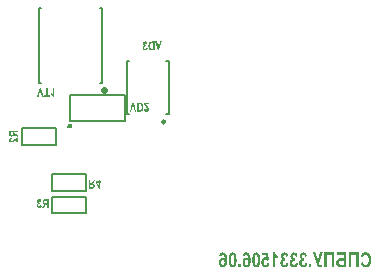
<source format=gbo>
G04*
G04 #@! TF.GenerationSoftware,Altium Limited,Altium Designer,19.1.6 (110)*
G04*
G04 Layer_Color=32896*
%FSLAX43Y43*%
%MOMM*%
G71*
G01*
G75*
%ADD10C,0.200*%
%ADD11C,0.250*%
%ADD56C,0.600*%
%ADD57C,0.400*%
G36*
X34461Y2290D02*
X34502Y2282D01*
X34537Y2269D01*
X34568Y2255D01*
X34592Y2241D01*
X34609Y2228D01*
X34621Y2220D01*
X34625Y2216D01*
X34640Y2200D01*
X34652Y2183D01*
X34675Y2144D01*
X34695Y2103D01*
X34711Y2062D01*
X34720Y2025D01*
X34724Y2009D01*
X34728Y1994D01*
X34730Y1982D01*
X34732Y1974D01*
X34734Y1968D01*
Y1966D01*
X34553Y1929D01*
X34549Y1958D01*
X34543Y1984D01*
X34537Y2005D01*
X34529Y2023D01*
X34521Y2036D01*
X34515Y2046D01*
X34512Y2052D01*
X34510Y2054D01*
X34496Y2068D01*
X34480Y2079D01*
X34467Y2087D01*
X34453Y2091D01*
X34441Y2095D01*
X34432Y2097D01*
X34424D01*
X34406Y2095D01*
X34389Y2091D01*
X34375Y2085D01*
X34363Y2079D01*
X34354Y2072D01*
X34348Y2066D01*
X34344Y2062D01*
X34342Y2060D01*
X34330Y2044D01*
X34322Y2029D01*
X34316Y2011D01*
X34313Y1994D01*
X34311Y1980D01*
X34309Y1968D01*
Y1960D01*
Y1956D01*
X34311Y1929D01*
X34316Y1906D01*
X34322Y1886D01*
X34330Y1869D01*
X34340Y1855D01*
X34346Y1845D01*
X34352Y1839D01*
X34354Y1837D01*
X34371Y1824D01*
X34391Y1812D01*
X34412Y1806D01*
X34432Y1800D01*
X34447Y1798D01*
X34463Y1796D01*
X34474D01*
X34494Y1599D01*
X34459Y1611D01*
X34443Y1615D01*
X34432Y1617D01*
X34420Y1619D01*
X34406D01*
X34385Y1617D01*
X34365Y1611D01*
X34350Y1601D01*
X34336Y1594D01*
X34324Y1584D01*
X34316Y1574D01*
X34311Y1568D01*
X34309Y1566D01*
X34295Y1545D01*
X34285Y1521D01*
X34277Y1498D01*
X34274Y1475D01*
X34270Y1455D01*
X34268Y1440D01*
Y1428D01*
Y1426D01*
Y1424D01*
X34270Y1389D01*
X34274Y1358D01*
X34281Y1332D01*
X34289Y1309D01*
X34297Y1293D01*
X34305Y1280D01*
X34309Y1272D01*
X34311Y1270D01*
X34326Y1252D01*
X34344Y1239D01*
X34361Y1229D01*
X34377Y1223D01*
X34391Y1219D01*
X34402Y1215D01*
X34412D01*
X34432Y1217D01*
X34449Y1223D01*
X34467Y1229D01*
X34480Y1239D01*
X34492Y1246D01*
X34500Y1252D01*
X34506Y1258D01*
X34508Y1260D01*
X34521Y1280D01*
X34533Y1301D01*
X34541Y1324D01*
X34547Y1346D01*
X34551Y1365D01*
X34553Y1381D01*
X34554Y1393D01*
Y1397D01*
X34748Y1371D01*
X34740Y1313D01*
X34724Y1260D01*
X34707Y1215D01*
X34689Y1178D01*
X34679Y1163D01*
X34672Y1149D01*
X34662Y1137D01*
X34656Y1127D01*
X34648Y1120D01*
X34644Y1114D01*
X34642Y1112D01*
X34640Y1110D01*
X34623Y1094D01*
X34603Y1079D01*
X34564Y1055D01*
X34527Y1040D01*
X34490Y1028D01*
X34459Y1022D01*
X34445Y1018D01*
X34434D01*
X34424Y1016D01*
X34410D01*
X34385Y1018D01*
X34359Y1020D01*
X34336Y1026D01*
X34313Y1034D01*
X34272Y1051D01*
X34236Y1073D01*
X34207Y1092D01*
X34196Y1102D01*
X34186Y1110D01*
X34178Y1118D01*
X34172Y1124D01*
X34170Y1125D01*
X34168Y1127D01*
X34151Y1149D01*
X34133Y1172D01*
X34119Y1196D01*
X34108Y1219D01*
X34090Y1266D01*
X34078Y1311D01*
X34073Y1330D01*
X34071Y1350D01*
X34069Y1367D01*
X34067Y1381D01*
X34065Y1395D01*
Y1402D01*
Y1408D01*
Y1410D01*
X34067Y1453D01*
X34073Y1492D01*
X34082Y1525D01*
X34092Y1553D01*
X34102Y1576D01*
X34112Y1594D01*
X34118Y1603D01*
X34119Y1607D01*
X34141Y1635D01*
X34164Y1656D01*
X34188Y1674D01*
X34209Y1687D01*
X34231Y1697D01*
X34246Y1705D01*
X34256Y1707D01*
X34258Y1709D01*
X34260D01*
X34235Y1728D01*
X34211Y1748D01*
X34192Y1767D01*
X34176Y1785D01*
X34164Y1800D01*
X34157Y1812D01*
X34151Y1822D01*
X34149Y1824D01*
X34135Y1849D01*
X34125Y1875D01*
X34119Y1900D01*
X34114Y1923D01*
X34112Y1943D01*
X34110Y1958D01*
Y1968D01*
Y1972D01*
Y1995D01*
X34114Y2017D01*
X34123Y2058D01*
X34137Y2095D01*
X34151Y2128D01*
X34166Y2155D01*
X34180Y2175D01*
X34186Y2183D01*
X34190Y2189D01*
X34192Y2191D01*
X34194Y2193D01*
X34209Y2210D01*
X34227Y2226D01*
X34244Y2239D01*
X34262Y2251D01*
X34299Y2269D01*
X34336Y2282D01*
X34367Y2288D01*
X34381Y2290D01*
X34393Y2292D01*
X34402Y2294D01*
X34416D01*
X34461Y2290D01*
D02*
G37*
G36*
X33663D02*
X33704Y2282D01*
X33739Y2269D01*
X33770Y2255D01*
X33794Y2241D01*
X33811Y2228D01*
X33823Y2220D01*
X33827Y2216D01*
X33842Y2200D01*
X33854Y2183D01*
X33878Y2144D01*
X33897Y2103D01*
X33913Y2062D01*
X33922Y2025D01*
X33926Y2009D01*
X33930Y1994D01*
X33932Y1982D01*
X33934Y1974D01*
X33936Y1968D01*
Y1966D01*
X33755Y1929D01*
X33751Y1958D01*
X33745Y1984D01*
X33739Y2005D01*
X33731Y2023D01*
X33723Y2036D01*
X33718Y2046D01*
X33714Y2052D01*
X33712Y2054D01*
X33698Y2068D01*
X33682Y2079D01*
X33669Y2087D01*
X33655Y2091D01*
X33643Y2095D01*
X33634Y2097D01*
X33626D01*
X33608Y2095D01*
X33591Y2091D01*
X33577Y2085D01*
X33565Y2079D01*
X33556Y2072D01*
X33550Y2066D01*
X33546Y2062D01*
X33544Y2060D01*
X33532Y2044D01*
X33524Y2029D01*
X33519Y2011D01*
X33515Y1994D01*
X33513Y1980D01*
X33511Y1968D01*
Y1960D01*
Y1956D01*
X33513Y1929D01*
X33519Y1906D01*
X33524Y1886D01*
X33532Y1869D01*
X33542Y1855D01*
X33548Y1845D01*
X33554Y1839D01*
X33556Y1837D01*
X33573Y1824D01*
X33593Y1812D01*
X33614Y1806D01*
X33634Y1800D01*
X33649Y1798D01*
X33665Y1796D01*
X33677D01*
X33696Y1599D01*
X33661Y1611D01*
X33645Y1615D01*
X33634Y1617D01*
X33622Y1619D01*
X33608D01*
X33587Y1617D01*
X33567Y1611D01*
X33552Y1601D01*
X33538Y1594D01*
X33526Y1584D01*
X33519Y1574D01*
X33513Y1568D01*
X33511Y1566D01*
X33497Y1545D01*
X33487Y1521D01*
X33480Y1498D01*
X33476Y1475D01*
X33472Y1455D01*
X33470Y1440D01*
Y1428D01*
Y1426D01*
Y1424D01*
X33472Y1389D01*
X33476Y1358D01*
X33484Y1332D01*
X33491Y1309D01*
X33499Y1293D01*
X33507Y1280D01*
X33511Y1272D01*
X33513Y1270D01*
X33528Y1252D01*
X33546Y1239D01*
X33563Y1229D01*
X33579Y1223D01*
X33593Y1219D01*
X33604Y1215D01*
X33614D01*
X33634Y1217D01*
X33651Y1223D01*
X33669Y1229D01*
X33682Y1239D01*
X33694Y1246D01*
X33702Y1252D01*
X33708Y1258D01*
X33710Y1260D01*
X33723Y1280D01*
X33735Y1301D01*
X33743Y1324D01*
X33749Y1346D01*
X33753Y1365D01*
X33755Y1381D01*
X33757Y1393D01*
Y1397D01*
X33950Y1371D01*
X33942Y1313D01*
X33926Y1260D01*
X33909Y1215D01*
X33891Y1178D01*
X33881Y1163D01*
X33874Y1149D01*
X33864Y1137D01*
X33858Y1127D01*
X33850Y1120D01*
X33846Y1114D01*
X33844Y1112D01*
X33842Y1110D01*
X33825Y1094D01*
X33805Y1079D01*
X33766Y1055D01*
X33729Y1040D01*
X33692Y1028D01*
X33661Y1022D01*
X33647Y1018D01*
X33636D01*
X33626Y1016D01*
X33612D01*
X33587Y1018D01*
X33562Y1020D01*
X33538Y1026D01*
X33515Y1034D01*
X33474Y1051D01*
X33439Y1073D01*
X33409Y1092D01*
X33398Y1102D01*
X33388Y1110D01*
X33380Y1118D01*
X33374Y1124D01*
X33372Y1125D01*
X33370Y1127D01*
X33353Y1149D01*
X33335Y1172D01*
X33322Y1196D01*
X33310Y1219D01*
X33292Y1266D01*
X33281Y1311D01*
X33275Y1330D01*
X33273Y1350D01*
X33271Y1367D01*
X33269Y1381D01*
X33267Y1395D01*
Y1402D01*
Y1408D01*
Y1410D01*
X33269Y1453D01*
X33275Y1492D01*
X33285Y1525D01*
X33294Y1553D01*
X33304Y1576D01*
X33314Y1594D01*
X33320Y1603D01*
X33322Y1607D01*
X33343Y1635D01*
X33366Y1656D01*
X33390Y1674D01*
X33411Y1687D01*
X33433Y1697D01*
X33448Y1705D01*
X33458Y1707D01*
X33460Y1709D01*
X33462D01*
X33437Y1728D01*
X33413Y1748D01*
X33394Y1767D01*
X33378Y1785D01*
X33366Y1800D01*
X33359Y1812D01*
X33353Y1822D01*
X33351Y1824D01*
X33337Y1849D01*
X33327Y1875D01*
X33322Y1900D01*
X33316Y1923D01*
X33314Y1943D01*
X33312Y1958D01*
Y1968D01*
Y1972D01*
Y1995D01*
X33316Y2017D01*
X33326Y2058D01*
X33339Y2095D01*
X33353Y2128D01*
X33368Y2155D01*
X33382Y2175D01*
X33388Y2183D01*
X33392Y2189D01*
X33394Y2191D01*
X33396Y2193D01*
X33411Y2210D01*
X33429Y2226D01*
X33446Y2239D01*
X33464Y2251D01*
X33501Y2269D01*
X33538Y2282D01*
X33569Y2288D01*
X33583Y2290D01*
X33595Y2292D01*
X33604Y2294D01*
X33618D01*
X33663Y2290D01*
D02*
G37*
G36*
X32865Y2290D02*
X32906Y2282D01*
X32941Y2269D01*
X32972Y2255D01*
X32996Y2241D01*
X33013Y2228D01*
X33025Y2220D01*
X33029Y2216D01*
X33045Y2200D01*
X33056Y2183D01*
X33080Y2144D01*
X33099Y2103D01*
X33115Y2062D01*
X33125Y2025D01*
X33128Y2009D01*
X33132Y1994D01*
X33134Y1982D01*
X33136Y1974D01*
X33138Y1968D01*
Y1966D01*
X32957Y1929D01*
X32953Y1958D01*
X32947Y1984D01*
X32941Y2005D01*
X32933Y2023D01*
X32926Y2036D01*
X32920Y2046D01*
X32916Y2052D01*
X32914Y2054D01*
X32900Y2068D01*
X32885Y2079D01*
X32871Y2087D01*
X32857Y2091D01*
X32846Y2095D01*
X32836Y2097D01*
X32828D01*
X32811Y2095D01*
X32793Y2091D01*
X32779Y2085D01*
X32768Y2079D01*
X32758Y2072D01*
X32752Y2066D01*
X32748Y2062D01*
X32746Y2060D01*
X32734Y2044D01*
X32727Y2029D01*
X32721Y2011D01*
X32717Y1994D01*
X32715Y1980D01*
X32713Y1968D01*
Y1960D01*
Y1956D01*
X32715Y1929D01*
X32721Y1906D01*
X32727Y1886D01*
X32734Y1869D01*
X32744Y1855D01*
X32750Y1845D01*
X32756Y1839D01*
X32758Y1837D01*
X32775Y1824D01*
X32795Y1812D01*
X32816Y1806D01*
X32836Y1800D01*
X32851Y1798D01*
X32867Y1796D01*
X32879D01*
X32898Y1599D01*
X32863Y1611D01*
X32848Y1615D01*
X32836Y1617D01*
X32824Y1619D01*
X32811D01*
X32789Y1617D01*
X32770Y1611D01*
X32754Y1601D01*
X32740Y1594D01*
X32729Y1584D01*
X32721Y1574D01*
X32715Y1568D01*
X32713Y1566D01*
X32699Y1545D01*
X32690Y1521D01*
X32682Y1498D01*
X32678Y1475D01*
X32674Y1455D01*
X32672Y1440D01*
Y1428D01*
Y1426D01*
Y1424D01*
X32674Y1389D01*
X32678Y1358D01*
X32686Y1332D01*
X32693Y1309D01*
X32701Y1293D01*
X32709Y1280D01*
X32713Y1272D01*
X32715Y1270D01*
X32731Y1252D01*
X32748Y1239D01*
X32766Y1229D01*
X32781Y1223D01*
X32795Y1219D01*
X32807Y1215D01*
X32816D01*
X32836Y1217D01*
X32853Y1223D01*
X32871Y1229D01*
X32885Y1239D01*
X32896Y1246D01*
X32904Y1252D01*
X32910Y1258D01*
X32912Y1260D01*
X32926Y1280D01*
X32937Y1301D01*
X32945Y1324D01*
X32951Y1346D01*
X32955Y1365D01*
X32957Y1381D01*
X32959Y1393D01*
Y1397D01*
X33152Y1371D01*
X33144Y1313D01*
X33128Y1260D01*
X33111Y1215D01*
X33093Y1178D01*
X33084Y1163D01*
X33076Y1149D01*
X33066Y1137D01*
X33060Y1127D01*
X33052Y1120D01*
X33049Y1114D01*
X33047Y1112D01*
X33045Y1110D01*
X33027Y1094D01*
X33008Y1079D01*
X32969Y1055D01*
X32931Y1040D01*
X32894Y1028D01*
X32863Y1022D01*
X32850Y1018D01*
X32838D01*
X32828Y1016D01*
X32814D01*
X32789Y1018D01*
X32764Y1020D01*
X32740Y1026D01*
X32717Y1034D01*
X32676Y1051D01*
X32641Y1073D01*
X32612Y1092D01*
X32600Y1102D01*
X32590Y1110D01*
X32582Y1118D01*
X32576Y1123D01*
X32574Y1125D01*
X32573Y1127D01*
X32555Y1149D01*
X32537Y1172D01*
X32524Y1196D01*
X32512Y1219D01*
X32494Y1266D01*
X32483Y1311D01*
X32477Y1330D01*
X32475Y1350D01*
X32473Y1367D01*
X32471Y1381D01*
X32469Y1395D01*
Y1402D01*
Y1408D01*
Y1410D01*
X32471Y1453D01*
X32477Y1492D01*
X32487Y1525D01*
X32496Y1553D01*
X32506Y1576D01*
X32516Y1594D01*
X32522Y1603D01*
X32524Y1607D01*
X32545Y1635D01*
X32569Y1656D01*
X32592Y1674D01*
X32613Y1687D01*
X32635Y1697D01*
X32651Y1705D01*
X32660Y1707D01*
X32662Y1709D01*
X32664D01*
X32639Y1728D01*
X32615Y1748D01*
X32596Y1767D01*
X32580Y1785D01*
X32569Y1800D01*
X32561Y1812D01*
X32555Y1822D01*
X32553Y1824D01*
X32539Y1849D01*
X32530Y1875D01*
X32524Y1900D01*
X32518Y1923D01*
X32516Y1943D01*
X32514Y1958D01*
Y1968D01*
Y1972D01*
Y1995D01*
X32518Y2017D01*
X32528Y2058D01*
X32541Y2095D01*
X32555Y2128D01*
X32571Y2155D01*
X32584Y2175D01*
X32590Y2183D01*
X32594Y2189D01*
X32596Y2191D01*
X32598Y2193D01*
X32613Y2210D01*
X32631Y2226D01*
X32649Y2239D01*
X32666Y2251D01*
X32703Y2269D01*
X32740Y2282D01*
X32771Y2288D01*
X32785Y2290D01*
X32797Y2292D01*
X32807Y2294D01*
X32820D01*
X32865Y2290D01*
D02*
G37*
G36*
X31523Y1617D02*
X31363Y1592D01*
X31349Y1607D01*
X31338Y1623D01*
X31310Y1644D01*
X31285Y1662D01*
X31262Y1672D01*
X31242Y1679D01*
X31225Y1681D01*
X31215Y1683D01*
X31211D01*
X31188Y1681D01*
X31166Y1676D01*
X31147Y1666D01*
X31131Y1656D01*
X31119Y1644D01*
X31109Y1637D01*
X31104Y1629D01*
X31102Y1627D01*
X31086Y1603D01*
X31076Y1576D01*
X31069Y1547D01*
X31063Y1520D01*
X31059Y1494D01*
X31057Y1473D01*
Y1465D01*
Y1459D01*
Y1455D01*
Y1453D01*
X31059Y1410D01*
X31065Y1371D01*
X31070Y1340D01*
X31078Y1315D01*
X31088Y1293D01*
X31094Y1280D01*
X31100Y1270D01*
X31102Y1268D01*
X31119Y1248D01*
X31137Y1235D01*
X31152Y1223D01*
X31170Y1217D01*
X31184Y1213D01*
X31195Y1211D01*
X31203Y1209D01*
X31205D01*
X31225Y1211D01*
X31242Y1217D01*
X31258Y1225D01*
X31273Y1233D01*
X31285Y1241D01*
X31293Y1248D01*
X31299Y1254D01*
X31301Y1256D01*
X31314Y1276D01*
X31326Y1295D01*
X31336Y1317D01*
X31342Y1338D01*
X31346Y1356D01*
X31347Y1371D01*
X31349Y1381D01*
Y1385D01*
X31546Y1360D01*
X31537Y1301D01*
X31521Y1250D01*
X31504Y1205D01*
X31486Y1170D01*
X31476Y1155D01*
X31466Y1141D01*
X31459Y1129D01*
X31451Y1122D01*
X31445Y1114D01*
X31441Y1108D01*
X31437Y1106D01*
Y1104D01*
X31420Y1088D01*
X31400Y1075D01*
X31363Y1053D01*
X31324Y1038D01*
X31289Y1028D01*
X31258Y1020D01*
X31244Y1018D01*
X31232D01*
X31223Y1016D01*
X31209D01*
X31178Y1018D01*
X31149Y1022D01*
X31121Y1030D01*
X31096Y1038D01*
X31051Y1059D01*
X31031Y1073D01*
X31014Y1086D01*
X30998Y1098D01*
X30985Y1112D01*
X30975Y1123D01*
X30965Y1133D01*
X30957Y1141D01*
X30951Y1149D01*
X30950Y1153D01*
X30948Y1155D01*
X30932Y1180D01*
X30916Y1207D01*
X30895Y1260D01*
X30877Y1311D01*
X30868Y1358D01*
X30864Y1379D01*
X30860Y1399D01*
X30858Y1414D01*
Y1430D01*
X30856Y1441D01*
Y1449D01*
Y1455D01*
Y1457D01*
X30858Y1494D01*
X30860Y1529D01*
X30866Y1562D01*
X30873Y1592D01*
X30881Y1621D01*
X30889Y1648D01*
X30899Y1672D01*
X30909Y1693D01*
X30920Y1713D01*
X30930Y1730D01*
X30938Y1746D01*
X30946Y1757D01*
X30953Y1767D01*
X30959Y1773D01*
X30961Y1777D01*
X30963Y1779D01*
X30979Y1796D01*
X30996Y1812D01*
X31014Y1824D01*
X31031Y1836D01*
X31067Y1853D01*
X31098Y1865D01*
X31127Y1871D01*
X31150Y1875D01*
X31158Y1876D01*
X31170D01*
X31195Y1875D01*
X31221Y1871D01*
X31242Y1863D01*
X31264Y1855D01*
X31279Y1847D01*
X31293Y1839D01*
X31301Y1836D01*
X31305Y1834D01*
X31271Y2048D01*
X30903D01*
Y2272D01*
X31422D01*
X31523Y1617D01*
D02*
G37*
G36*
X32019Y2253D02*
X32036Y2216D01*
X32058Y2181D01*
X32077Y2152D01*
X32097Y2128D01*
X32112Y2111D01*
X32122Y2099D01*
X32124Y2097D01*
X32126Y2095D01*
X32159Y2066D01*
X32190Y2042D01*
X32217Y2021D01*
X32243Y2005D01*
X32264Y1994D01*
X32282Y1984D01*
X32292Y1980D01*
X32296Y1978D01*
Y1759D01*
X32243Y1783D01*
X32194Y1812D01*
X32151Y1841D01*
X32114Y1871D01*
X32083Y1898D01*
X32069Y1910D01*
X32059Y1921D01*
X32052Y1929D01*
X32046Y1935D01*
X32042Y1939D01*
X32040Y1941D01*
Y1038D01*
X31843D01*
Y2294D01*
X32003D01*
X32019Y2253D01*
D02*
G37*
G36*
X29611Y2292D02*
X29639Y2288D01*
X29666Y2280D01*
X29693Y2271D01*
X29738Y2245D01*
X29777Y2218D01*
X29795Y2204D01*
X29808Y2191D01*
X29822Y2177D01*
X29832Y2165D01*
X29840Y2155D01*
X29845Y2148D01*
X29849Y2144D01*
X29851Y2142D01*
X29869Y2111D01*
X29884Y2077D01*
X29900Y2040D01*
X29912Y2001D01*
X29929Y1919D01*
X29941Y1837D01*
X29947Y1798D01*
X29949Y1763D01*
X29951Y1730D01*
X29953Y1703D01*
X29955Y1679D01*
Y1662D01*
Y1650D01*
Y1648D01*
Y1646D01*
X29953Y1586D01*
X29951Y1529D01*
X29945Y1477D01*
X29939Y1428D01*
X29931Y1385D01*
X29923Y1346D01*
X29914Y1309D01*
X29904Y1278D01*
X29896Y1250D01*
X29886Y1227D01*
X29879Y1207D01*
X29871Y1190D01*
X29865Y1178D01*
X29859Y1170D01*
X29857Y1164D01*
X29855Y1163D01*
X29836Y1137D01*
X29814Y1114D01*
X29795Y1094D01*
X29773Y1079D01*
X29752Y1063D01*
X29730Y1051D01*
X29709Y1042D01*
X29689Y1034D01*
X29654Y1024D01*
X29639Y1020D01*
X29625Y1018D01*
X29615D01*
X29605Y1016D01*
X29600D01*
X29574Y1018D01*
X29549Y1020D01*
X29525Y1026D01*
X29504Y1034D01*
X29463Y1051D01*
X29428Y1073D01*
X29401Y1092D01*
X29381Y1110D01*
X29373Y1118D01*
X29368Y1123D01*
X29366Y1125D01*
X29364Y1127D01*
X29346Y1149D01*
X29332Y1174D01*
X29319Y1198D01*
X29309Y1225D01*
X29291Y1276D01*
X29280Y1326D01*
X29276Y1350D01*
X29274Y1371D01*
X29270Y1391D01*
Y1406D01*
X29268Y1420D01*
Y1432D01*
Y1438D01*
Y1440D01*
Y1473D01*
X29272Y1506D01*
X29282Y1564D01*
X29289Y1592D01*
X29297Y1615D01*
X29305Y1638D01*
X29313Y1658D01*
X29323Y1676D01*
X29330Y1693D01*
X29338Y1707D01*
X29346Y1717D01*
X29352Y1726D01*
X29356Y1732D01*
X29358Y1736D01*
X29360Y1738D01*
X29377Y1757D01*
X29395Y1775D01*
X29412Y1791D01*
X29430Y1804D01*
X29447Y1814D01*
X29465Y1824D01*
X29498Y1837D01*
X29527Y1845D01*
X29551Y1849D01*
X29559Y1851D01*
X29570D01*
X29590Y1849D01*
X29609Y1847D01*
X29625Y1843D01*
X29641Y1837D01*
X29652Y1832D01*
X29662Y1828D01*
X29668Y1826D01*
X29670Y1824D01*
X29685Y1812D01*
X29701Y1800D01*
X29715Y1787D01*
X29728Y1773D01*
X29738Y1761D01*
X29746Y1752D01*
X29750Y1746D01*
X29752Y1744D01*
X29750Y1783D01*
X29746Y1818D01*
X29744Y1849D01*
X29740Y1878D01*
X29734Y1904D01*
X29730Y1927D01*
X29726Y1947D01*
X29723Y1964D01*
X29717Y1980D01*
X29713Y1994D01*
X29709Y2003D01*
X29705Y2013D01*
X29703Y2019D01*
X29701Y2023D01*
X29699Y2027D01*
X29682Y2050D01*
X29664Y2068D01*
X29646Y2079D01*
X29631Y2089D01*
X29615Y2093D01*
X29604Y2095D01*
X29596Y2097D01*
X29594D01*
X29576Y2095D01*
X29561Y2091D01*
X29547Y2083D01*
X29533Y2075D01*
X29514Y2054D01*
X29500Y2029D01*
X29490Y2001D01*
X29485Y1980D01*
X29483Y1972D01*
X29481Y1964D01*
Y1960D01*
Y1958D01*
X29288Y1984D01*
X29297Y2038D01*
X29313Y2085D01*
X29328Y2126D01*
X29346Y2159D01*
X29362Y2183D01*
X29375Y2202D01*
X29385Y2212D01*
X29389Y2216D01*
X29420Y2241D01*
X29451Y2261D01*
X29485Y2274D01*
X29514Y2284D01*
X29541Y2290D01*
X29561Y2292D01*
X29568Y2294D01*
X29580D01*
X29611Y2292D01*
D02*
G37*
G36*
X27618D02*
X27645Y2288D01*
X27672Y2280D01*
X27700Y2271D01*
X27744Y2245D01*
X27784Y2218D01*
X27801Y2204D01*
X27815Y2191D01*
X27828Y2177D01*
X27838Y2165D01*
X27846Y2155D01*
X27852Y2148D01*
X27856Y2144D01*
X27858Y2142D01*
X27875Y2111D01*
X27891Y2077D01*
X27906Y2040D01*
X27918Y2001D01*
X27936Y1919D01*
X27947Y1837D01*
X27953Y1798D01*
X27955Y1763D01*
X27957Y1730D01*
X27959Y1703D01*
X27961Y1679D01*
Y1662D01*
Y1650D01*
Y1648D01*
Y1646D01*
X27959Y1586D01*
X27957Y1529D01*
X27951Y1477D01*
X27945Y1428D01*
X27938Y1385D01*
X27930Y1346D01*
X27920Y1309D01*
X27910Y1278D01*
X27903Y1250D01*
X27893Y1227D01*
X27885Y1207D01*
X27877Y1190D01*
X27871Y1178D01*
X27865Y1170D01*
X27863Y1164D01*
X27862Y1163D01*
X27842Y1137D01*
X27821Y1114D01*
X27801Y1094D01*
X27780Y1079D01*
X27758Y1063D01*
X27737Y1051D01*
X27715Y1042D01*
X27696Y1034D01*
X27661Y1024D01*
X27645Y1020D01*
X27631Y1018D01*
X27622D01*
X27612Y1016D01*
X27606D01*
X27581Y1018D01*
X27555Y1020D01*
X27532Y1026D01*
X27510Y1034D01*
X27469Y1051D01*
X27434Y1073D01*
X27407Y1092D01*
X27388Y1110D01*
X27380Y1118D01*
X27374Y1123D01*
X27372Y1125D01*
X27370Y1127D01*
X27352Y1149D01*
X27339Y1174D01*
X27325Y1198D01*
X27315Y1225D01*
X27298Y1276D01*
X27286Y1326D01*
X27282Y1350D01*
X27280Y1371D01*
X27276Y1391D01*
Y1406D01*
X27274Y1420D01*
Y1432D01*
Y1438D01*
Y1440D01*
Y1473D01*
X27278Y1506D01*
X27288Y1564D01*
X27296Y1592D01*
X27304Y1615D01*
X27311Y1638D01*
X27319Y1658D01*
X27329Y1676D01*
X27337Y1693D01*
X27345Y1707D01*
X27352Y1717D01*
X27358Y1726D01*
X27362Y1732D01*
X27364Y1736D01*
X27366Y1738D01*
X27384Y1757D01*
X27401Y1775D01*
X27419Y1791D01*
X27436Y1804D01*
X27454Y1814D01*
X27471Y1824D01*
X27505Y1837D01*
X27534Y1845D01*
X27557Y1849D01*
X27565Y1851D01*
X27577D01*
X27596Y1849D01*
X27616Y1847D01*
X27631Y1843D01*
X27647Y1837D01*
X27659Y1832D01*
X27668Y1828D01*
X27674Y1826D01*
X27676Y1824D01*
X27692Y1812D01*
X27707Y1800D01*
X27721Y1787D01*
X27735Y1773D01*
X27744Y1761D01*
X27752Y1752D01*
X27756Y1746D01*
X27758Y1744D01*
X27756Y1783D01*
X27752Y1818D01*
X27750Y1849D01*
X27746Y1878D01*
X27741Y1904D01*
X27737Y1927D01*
X27733Y1947D01*
X27729Y1964D01*
X27723Y1980D01*
X27719Y1994D01*
X27715Y2003D01*
X27711Y2013D01*
X27709Y2019D01*
X27707Y2023D01*
X27705Y2027D01*
X27688Y2050D01*
X27670Y2068D01*
X27653Y2079D01*
X27637Y2089D01*
X27622Y2093D01*
X27610Y2095D01*
X27602Y2097D01*
X27600D01*
X27583Y2095D01*
X27567Y2091D01*
X27553Y2083D01*
X27540Y2075D01*
X27520Y2054D01*
X27507Y2029D01*
X27497Y2001D01*
X27491Y1980D01*
X27489Y1972D01*
X27487Y1964D01*
Y1960D01*
Y1958D01*
X27294Y1984D01*
X27304Y2038D01*
X27319Y2085D01*
X27335Y2126D01*
X27352Y2159D01*
X27368Y2183D01*
X27382Y2202D01*
X27391Y2212D01*
X27395Y2216D01*
X27427Y2241D01*
X27458Y2261D01*
X27491Y2274D01*
X27520Y2284D01*
X27547Y2290D01*
X27567Y2292D01*
X27575Y2294D01*
X27586D01*
X27618Y2292D01*
D02*
G37*
G36*
X35715Y1389D02*
X35727Y1354D01*
X35737Y1322D01*
X35746Y1299D01*
X35756Y1282D01*
X35764Y1268D01*
X35770Y1258D01*
X35774Y1254D01*
X35776Y1252D01*
X35789Y1242D01*
X35805Y1235D01*
X35822Y1229D01*
X35840Y1225D01*
X35856Y1223D01*
X35869Y1221D01*
X35904D01*
X35928Y1223D01*
X35957D01*
Y1038D01*
X35908Y1028D01*
X35885Y1026D01*
X35861Y1024D01*
X35844Y1022D01*
X35815D01*
X35783Y1026D01*
X35756Y1034D01*
X35733Y1044D01*
X35711Y1057D01*
X35694Y1071D01*
X35680Y1081D01*
X35672Y1088D01*
X35670Y1092D01*
X35659Y1106D01*
X35647Y1124D01*
X35625Y1161D01*
X35604Y1200D01*
X35584Y1241D01*
X35569Y1278D01*
X35563Y1293D01*
X35557Y1309D01*
X35551Y1321D01*
X35547Y1328D01*
X35545Y1334D01*
Y1336D01*
X35200Y2288D01*
X35415D01*
X35621Y1638D01*
X35859Y2288D01*
X36092D01*
X35715Y1389D01*
D02*
G37*
G36*
X39716Y2308D02*
X39751Y2304D01*
X39786Y2296D01*
X39819Y2284D01*
X39849Y2272D01*
X39876Y2259D01*
X39901Y2245D01*
X39925Y2232D01*
X39944Y2216D01*
X39964Y2202D01*
X39979Y2189D01*
X39991Y2177D01*
X40001Y2167D01*
X40009Y2159D01*
X40013Y2153D01*
X40015Y2152D01*
X40040Y2116D01*
X40061Y2077D01*
X40081Y2038D01*
X40096Y1997D01*
X40110Y1955D01*
X40122Y1914D01*
X40132Y1873D01*
X40139Y1834D01*
X40145Y1796D01*
X40149Y1761D01*
X40153Y1730D01*
X40155Y1703D01*
Y1681D01*
X40157Y1664D01*
Y1654D01*
Y1650D01*
X40155Y1596D01*
X40151Y1543D01*
X40143Y1494D01*
X40135Y1447D01*
X40124Y1404D01*
X40112Y1365D01*
X40098Y1330D01*
X40085Y1297D01*
X40073Y1268D01*
X40059Y1242D01*
X40048Y1221D01*
X40036Y1203D01*
X40028Y1188D01*
X40020Y1178D01*
X40016Y1172D01*
X40015Y1170D01*
X39991Y1143D01*
X39964Y1120D01*
X39938Y1098D01*
X39911Y1081D01*
X39884Y1067D01*
X39857Y1053D01*
X39829Y1044D01*
X39804Y1036D01*
X39780Y1030D01*
X39759Y1024D01*
X39739Y1020D01*
X39722Y1018D01*
X39708D01*
X39699Y1016D01*
X39689D01*
X39659Y1018D01*
X39632Y1020D01*
X39580Y1032D01*
X39535Y1047D01*
X39496Y1065D01*
X39480Y1073D01*
X39464Y1083D01*
X39451Y1090D01*
X39441Y1096D01*
X39433Y1104D01*
X39427Y1108D01*
X39423Y1110D01*
X39422Y1112D01*
X39402Y1131D01*
X39382Y1153D01*
X39351Y1202D01*
X39324Y1252D01*
X39301Y1303D01*
X39293Y1326D01*
X39285Y1348D01*
X39277Y1367D01*
X39273Y1385D01*
X39269Y1401D01*
X39265Y1410D01*
X39264Y1418D01*
Y1420D01*
X39464Y1498D01*
X39476Y1449D01*
X39490Y1408D01*
X39503Y1373D01*
X39519Y1344D01*
X39531Y1322D01*
X39542Y1307D01*
X39550Y1299D01*
X39552Y1295D01*
X39576Y1274D01*
X39599Y1260D01*
X39622Y1248D01*
X39644Y1241D01*
X39663Y1237D01*
X39679Y1235D01*
X39689Y1233D01*
X39693D01*
X39712Y1235D01*
X39732Y1237D01*
X39769Y1248D01*
X39798Y1264D01*
X39825Y1283D01*
X39847Y1301D01*
X39860Y1317D01*
X39870Y1328D01*
X39874Y1330D01*
Y1332D01*
X39886Y1352D01*
X39897Y1375D01*
X39905Y1401D01*
X39913Y1426D01*
X39925Y1482D01*
X39935Y1537D01*
X39937Y1564D01*
X39938Y1588D01*
X39940Y1609D01*
Y1629D01*
X39942Y1646D01*
Y1658D01*
Y1666D01*
Y1668D01*
Y1709D01*
X39938Y1748D01*
X39937Y1783D01*
X39931Y1814D01*
X39927Y1843D01*
X39921Y1871D01*
X39913Y1894D01*
X39907Y1916D01*
X39901Y1935D01*
X39894Y1951D01*
X39888Y1964D01*
X39884Y1974D01*
X39878Y1984D01*
X39876Y1990D01*
X39872Y1992D01*
Y1994D01*
X39858Y2011D01*
X39843Y2027D01*
X39827Y2040D01*
X39814Y2052D01*
X39782Y2070D01*
X39753Y2081D01*
X39726Y2087D01*
X39706Y2091D01*
X39699Y2093D01*
X39687D01*
X39658Y2091D01*
X39632Y2085D01*
X39609Y2075D01*
X39589Y2066D01*
X39572Y2056D01*
X39560Y2046D01*
X39552Y2040D01*
X39550Y2038D01*
X39531Y2017D01*
X39513Y1992D01*
X39500Y1964D01*
X39488Y1941D01*
X39480Y1917D01*
X39474Y1900D01*
X39470Y1886D01*
Y1884D01*
Y1882D01*
X39265Y1943D01*
X39281Y2001D01*
X39301Y2050D01*
X39322Y2093D01*
X39342Y2128D01*
X39359Y2155D01*
X39375Y2175D01*
X39381Y2183D01*
X39384Y2187D01*
X39386Y2191D01*
X39388D01*
X39410Y2212D01*
X39433Y2230D01*
X39459Y2245D01*
X39482Y2259D01*
X39505Y2271D01*
X39531Y2280D01*
X39576Y2294D01*
X39597Y2300D01*
X39617Y2304D01*
X39634Y2306D01*
X39648Y2308D01*
X39659Y2310D01*
X39677D01*
X39716Y2308D01*
D02*
G37*
G36*
X39084Y1038D02*
X38877D01*
Y2075D01*
X38472D01*
Y1038D01*
X38265D01*
Y2288D01*
X39084D01*
Y1038D01*
D02*
G37*
G36*
X38048D02*
X37549D01*
X37514Y1040D01*
X37481Y1044D01*
X37451Y1047D01*
X37424Y1055D01*
X37399Y1063D01*
X37375Y1073D01*
X37356Y1084D01*
X37338Y1094D01*
X37323Y1104D01*
X37309Y1116D01*
X37299Y1125D01*
X37289Y1133D01*
X37282Y1141D01*
X37278Y1147D01*
X37274Y1149D01*
Y1151D01*
X37246Y1194D01*
X37227Y1239D01*
X37211Y1283D01*
X37202Y1324D01*
X37196Y1360D01*
X37194Y1375D01*
Y1387D01*
X37192Y1399D01*
Y1406D01*
Y1410D01*
Y1412D01*
X37194Y1443D01*
X37196Y1473D01*
X37207Y1527D01*
X37221Y1574D01*
X37231Y1594D01*
X37239Y1613D01*
X37248Y1629D01*
X37256Y1644D01*
X37266Y1656D01*
X37272Y1666D01*
X37278Y1676D01*
X37284Y1681D01*
X37285Y1683D01*
X37287Y1685D01*
X37307Y1705D01*
X37326Y1720D01*
X37348Y1734D01*
X37369Y1746D01*
X37412Y1765D01*
X37453Y1777D01*
X37490Y1785D01*
X37508Y1787D01*
X37521Y1789D01*
X37533Y1791D01*
X37841D01*
Y2075D01*
X37282D01*
Y2288D01*
X38048D01*
Y1038D01*
D02*
G37*
G36*
X37018D02*
X36811D01*
Y2075D01*
X36406D01*
Y1038D01*
X36199D01*
Y2288D01*
X37018D01*
Y1038D01*
D02*
G37*
G36*
X35099D02*
X34902D01*
Y1278D01*
X35099D01*
Y1038D01*
D02*
G37*
G36*
X29116Y1038D02*
X28919D01*
Y1278D01*
X29116D01*
Y1038D01*
D02*
G37*
G36*
X30448Y2292D02*
X30474Y2288D01*
X30499Y2280D01*
X30520Y2272D01*
X30561Y2249D01*
X30596Y2224D01*
X30624Y2196D01*
X30643Y2173D01*
X30651Y2165D01*
X30657Y2157D01*
X30659Y2153D01*
X30661Y2152D01*
X30676Y2122D01*
X30690Y2089D01*
X30704Y2052D01*
X30713Y2015D01*
X30729Y1933D01*
X30741Y1851D01*
X30745Y1812D01*
X30747Y1775D01*
X30751Y1742D01*
Y1713D01*
X30753Y1689D01*
Y1672D01*
Y1660D01*
Y1658D01*
Y1656D01*
X30751Y1592D01*
X30749Y1531D01*
X30745Y1477D01*
X30739Y1426D01*
X30731Y1381D01*
X30723Y1340D01*
X30715Y1303D01*
X30706Y1272D01*
X30698Y1244D01*
X30690Y1221D01*
X30682Y1200D01*
X30674Y1184D01*
X30669Y1172D01*
X30665Y1163D01*
X30661Y1159D01*
Y1157D01*
X30643Y1131D01*
X30624Y1110D01*
X30604Y1092D01*
X30585Y1075D01*
X30563Y1061D01*
X30544Y1051D01*
X30524Y1042D01*
X30505Y1034D01*
X30472Y1024D01*
X30456Y1020D01*
X30444Y1018D01*
X30433D01*
X30425Y1016D01*
X30419D01*
X30392Y1018D01*
X30366Y1022D01*
X30341Y1030D01*
X30319Y1038D01*
X30278Y1061D01*
X30243Y1086D01*
X30216Y1112D01*
X30195Y1135D01*
X30189Y1143D01*
X30183Y1151D01*
X30181Y1155D01*
X30179Y1157D01*
X30163Y1186D01*
X30148Y1219D01*
X30136Y1256D01*
X30124Y1295D01*
X30109Y1377D01*
X30097Y1459D01*
X30093Y1498D01*
X30089Y1535D01*
X30087Y1568D01*
Y1596D01*
X30085Y1621D01*
Y1638D01*
Y1650D01*
Y1654D01*
X30087Y1718D01*
X30089Y1777D01*
X30093Y1832D01*
X30099Y1882D01*
X30107Y1927D01*
X30115Y1968D01*
X30122Y2003D01*
X30132Y2036D01*
X30140Y2064D01*
X30150Y2087D01*
X30158Y2109D01*
X30163Y2124D01*
X30171Y2136D01*
X30175Y2146D01*
X30177Y2150D01*
X30179Y2152D01*
X30197Y2177D01*
X30216Y2198D01*
X30236Y2218D01*
X30255Y2233D01*
X30277Y2247D01*
X30296Y2259D01*
X30316Y2269D01*
X30335Y2276D01*
X30368Y2286D01*
X30384Y2290D01*
X30396Y2292D01*
X30407Y2294D01*
X30421D01*
X30448Y2292D01*
D02*
G37*
G36*
X28455D02*
X28480Y2288D01*
X28505Y2280D01*
X28527Y2272D01*
X28568Y2249D01*
X28603Y2224D01*
X28630Y2196D01*
X28650Y2173D01*
X28657Y2165D01*
X28663Y2157D01*
X28665Y2153D01*
X28667Y2152D01*
X28683Y2122D01*
X28696Y2089D01*
X28710Y2052D01*
X28720Y2015D01*
X28735Y1933D01*
X28747Y1851D01*
X28751Y1812D01*
X28753Y1775D01*
X28757Y1742D01*
Y1713D01*
X28759Y1689D01*
Y1672D01*
Y1660D01*
Y1658D01*
Y1656D01*
X28757Y1592D01*
X28755Y1531D01*
X28751Y1477D01*
X28745Y1426D01*
X28737Y1381D01*
X28730Y1340D01*
X28722Y1303D01*
X28712Y1272D01*
X28704Y1244D01*
X28696Y1221D01*
X28689Y1200D01*
X28681Y1184D01*
X28675Y1172D01*
X28671Y1163D01*
X28667Y1159D01*
Y1157D01*
X28650Y1131D01*
X28630Y1110D01*
X28611Y1092D01*
X28591Y1075D01*
X28570Y1061D01*
X28550Y1051D01*
X28531Y1042D01*
X28511Y1034D01*
X28478Y1024D01*
X28462Y1020D01*
X28451Y1018D01*
X28439D01*
X28431Y1016D01*
X28425D01*
X28398Y1018D01*
X28373Y1022D01*
X28347Y1030D01*
X28326Y1038D01*
X28285Y1061D01*
X28250Y1086D01*
X28222Y1112D01*
X28201Y1135D01*
X28195Y1143D01*
X28189Y1151D01*
X28187Y1155D01*
X28185Y1157D01*
X28170Y1186D01*
X28154Y1219D01*
X28142Y1256D01*
X28131Y1295D01*
X28115Y1377D01*
X28103Y1459D01*
X28100Y1498D01*
X28096Y1535D01*
X28094Y1568D01*
Y1596D01*
X28092Y1621D01*
Y1638D01*
Y1650D01*
Y1654D01*
X28094Y1718D01*
X28096Y1777D01*
X28100Y1832D01*
X28105Y1882D01*
X28113Y1927D01*
X28121Y1968D01*
X28129Y2003D01*
X28139Y2036D01*
X28146Y2064D01*
X28156Y2087D01*
X28164Y2109D01*
X28170Y2124D01*
X28178Y2136D01*
X28181Y2146D01*
X28183Y2150D01*
X28185Y2152D01*
X28203Y2177D01*
X28222Y2198D01*
X28242Y2218D01*
X28261Y2233D01*
X28283Y2247D01*
X28302Y2259D01*
X28322Y2269D01*
X28341Y2276D01*
X28375Y2286D01*
X28390Y2290D01*
X28402Y2292D01*
X28414Y2294D01*
X28427D01*
X28455Y2292D01*
D02*
G37*
G36*
X12088Y6802D02*
X12112Y6797D01*
X12133Y6789D01*
X12152Y6781D01*
X12166Y6772D01*
X12177Y6764D01*
X12184Y6760D01*
X12186Y6757D01*
X12195Y6748D01*
X12202Y6737D01*
X12217Y6714D01*
X12228Y6689D01*
X12238Y6665D01*
X12243Y6642D01*
X12246Y6633D01*
X12248Y6624D01*
X12249Y6617D01*
X12250Y6612D01*
X12252Y6609D01*
Y6607D01*
X12143Y6585D01*
X12140Y6603D01*
X12137Y6618D01*
X12133Y6631D01*
X12129Y6641D01*
X12124Y6650D01*
X12120Y6655D01*
X12118Y6659D01*
X12117Y6660D01*
X12109Y6668D01*
X12099Y6675D01*
X12091Y6680D01*
X12083Y6682D01*
X12076Y6685D01*
X12070Y6686D01*
X12065D01*
X12055Y6685D01*
X12044Y6682D01*
X12036Y6679D01*
X12029Y6675D01*
X12023Y6671D01*
X12020Y6667D01*
X12017Y6665D01*
X12016Y6664D01*
X12009Y6654D01*
X12005Y6645D01*
X12001Y6634D01*
X11999Y6624D01*
X11998Y6616D01*
X11996Y6609D01*
Y6604D01*
Y6602D01*
X11998Y6585D01*
X12001Y6571D01*
X12005Y6559D01*
X12009Y6549D01*
X12015Y6541D01*
X12019Y6535D01*
X12022Y6531D01*
X12023Y6530D01*
X12034Y6522D01*
X12046Y6515D01*
X12058Y6511D01*
X12070Y6508D01*
X12080Y6507D01*
X12089Y6505D01*
X12096D01*
X12108Y6387D01*
X12087Y6394D01*
X12077Y6397D01*
X12070Y6398D01*
X12063Y6399D01*
X12055D01*
X12042Y6398D01*
X12030Y6394D01*
X12021Y6388D01*
X12013Y6384D01*
X12006Y6378D01*
X12001Y6372D01*
X11998Y6369D01*
X11996Y6367D01*
X11988Y6354D01*
X11982Y6340D01*
X11978Y6326D01*
X11975Y6312D01*
X11973Y6301D01*
X11972Y6291D01*
Y6284D01*
Y6283D01*
Y6282D01*
X11973Y6261D01*
X11975Y6242D01*
X11980Y6227D01*
X11985Y6213D01*
X11989Y6203D01*
X11994Y6195D01*
X11996Y6191D01*
X11998Y6189D01*
X12007Y6179D01*
X12017Y6171D01*
X12028Y6165D01*
X12037Y6161D01*
X12046Y6159D01*
X12053Y6157D01*
X12058D01*
X12070Y6158D01*
X12081Y6161D01*
X12091Y6165D01*
X12099Y6171D01*
X12106Y6175D01*
X12111Y6179D01*
X12115Y6182D01*
X12116Y6183D01*
X12124Y6195D01*
X12131Y6208D01*
X12136Y6222D01*
X12139Y6235D01*
X12142Y6247D01*
X12143Y6256D01*
X12144Y6263D01*
Y6265D01*
X12260Y6250D01*
X12255Y6215D01*
X12246Y6183D01*
X12235Y6157D01*
X12225Y6134D01*
X12219Y6125D01*
X12214Y6117D01*
X12208Y6110D01*
X12205Y6104D01*
X12200Y6099D01*
X12198Y6096D01*
X12197Y6095D01*
X12195Y6093D01*
X12185Y6084D01*
X12173Y6075D01*
X12150Y6061D01*
X12128Y6051D01*
X12105Y6044D01*
X12087Y6041D01*
X12078Y6038D01*
X12071D01*
X12065Y6037D01*
X12057D01*
X12042Y6038D01*
X12027Y6039D01*
X12013Y6043D01*
X11999Y6048D01*
X11974Y6058D01*
X11953Y6071D01*
X11936Y6083D01*
X11928Y6089D01*
X11923Y6093D01*
X11918Y6098D01*
X11914Y6102D01*
X11913Y6103D01*
X11912Y6104D01*
X11902Y6117D01*
X11891Y6131D01*
X11883Y6145D01*
X11876Y6159D01*
X11865Y6187D01*
X11858Y6214D01*
X11855Y6226D01*
X11854Y6237D01*
X11852Y6248D01*
X11851Y6256D01*
X11850Y6264D01*
Y6269D01*
Y6272D01*
Y6274D01*
X11851Y6299D01*
X11855Y6323D01*
X11861Y6343D01*
X11866Y6359D01*
X11872Y6373D01*
X11878Y6384D01*
X11882Y6390D01*
X11883Y6392D01*
X11896Y6408D01*
X11910Y6421D01*
X11924Y6432D01*
X11937Y6440D01*
X11950Y6446D01*
X11959Y6450D01*
X11965Y6452D01*
X11966Y6453D01*
X11967D01*
X11952Y6465D01*
X11938Y6476D01*
X11926Y6488D01*
X11917Y6498D01*
X11910Y6508D01*
X11905Y6515D01*
X11902Y6521D01*
X11900Y6522D01*
X11892Y6537D01*
X11886Y6552D01*
X11883Y6568D01*
X11879Y6582D01*
X11878Y6593D01*
X11877Y6603D01*
Y6609D01*
Y6611D01*
Y6625D01*
X11879Y6638D01*
X11885Y6662D01*
X11893Y6685D01*
X11902Y6705D01*
X11911Y6721D01*
X11919Y6733D01*
X11923Y6737D01*
X11925Y6741D01*
X11926Y6742D01*
X11927Y6743D01*
X11937Y6754D01*
X11947Y6763D01*
X11958Y6771D01*
X11968Y6778D01*
X11991Y6789D01*
X12013Y6797D01*
X12032Y6801D01*
X12040Y6802D01*
X12047Y6803D01*
X12053Y6804D01*
X12061D01*
X12088Y6802D01*
D02*
G37*
G36*
X12850Y6050D02*
X12726D01*
Y6364D01*
X12686D01*
X12673Y6363D01*
X12663Y6361D01*
X12654Y6359D01*
X12647Y6358D01*
X12643Y6356D01*
X12640Y6354D01*
X12639D01*
X12632Y6351D01*
X12625Y6346D01*
X12613Y6336D01*
X12609Y6331D01*
X12605Y6328D01*
X12603Y6325D01*
X12602Y6324D01*
X12598Y6319D01*
X12594Y6312D01*
X12584Y6297D01*
X12574Y6280D01*
X12562Y6260D01*
X12553Y6242D01*
X12548Y6234D01*
X12544Y6227D01*
X12541Y6221D01*
X12539Y6216D01*
X12536Y6214D01*
Y6213D01*
X12447Y6050D01*
X12297D01*
X12372Y6196D01*
X12380Y6213D01*
X12389Y6227D01*
X12396Y6240D01*
X12403Y6253D01*
X12414Y6274D01*
X12425Y6290D01*
X12433Y6303D01*
X12439Y6311D01*
X12443Y6317D01*
X12444Y6318D01*
X12454Y6331D01*
X12465Y6343D01*
X12475Y6353D01*
X12486Y6363D01*
X12495Y6371D01*
X12502Y6377D01*
X12507Y6380D01*
X12509Y6381D01*
X12482Y6388D01*
X12458Y6398D01*
X12438Y6408D01*
X12420Y6420D01*
X12407Y6431D01*
X12398Y6440D01*
X12392Y6446D01*
X12390Y6448D01*
X12376Y6469D01*
X12365Y6493D01*
X12357Y6517D01*
X12352Y6539D01*
X12349Y6559D01*
X12348Y6568D01*
Y6576D01*
X12347Y6582D01*
Y6586D01*
Y6589D01*
Y6590D01*
X12348Y6616D01*
X12351Y6638D01*
X12356Y6659D01*
X12361Y6676D01*
X12365Y6690D01*
X12370Y6701D01*
X12373Y6707D01*
X12375Y6709D01*
X12385Y6727D01*
X12398Y6742D01*
X12410Y6754D01*
X12420Y6763D01*
X12431Y6770D01*
X12439Y6776D01*
X12444Y6778D01*
X12446Y6780D01*
X12454Y6783D01*
X12465Y6787D01*
X12486Y6791D01*
X12509Y6796D01*
X12533Y6798D01*
X12555Y6799D01*
X12564D01*
X12572Y6801D01*
X12850D01*
Y6050D01*
D02*
G37*
G36*
X16728Y8304D02*
X16720Y8287D01*
X16711Y8273D01*
X16704Y8260D01*
X16697Y8247D01*
X16686Y8226D01*
X16675Y8210D01*
X16667Y8197D01*
X16661Y8189D01*
X16657Y8183D01*
X16656Y8182D01*
X16646Y8169D01*
X16635Y8157D01*
X16625Y8147D01*
X16614Y8137D01*
X16605Y8129D01*
X16598Y8123D01*
X16593Y8120D01*
X16591Y8119D01*
X16618Y8112D01*
X16642Y8102D01*
X16662Y8092D01*
X16680Y8080D01*
X16693Y8069D01*
X16702Y8060D01*
X16708Y8054D01*
X16710Y8052D01*
X16724Y8031D01*
X16735Y8007D01*
X16743Y7983D01*
X16748Y7961D01*
X16751Y7941D01*
X16752Y7932D01*
Y7924D01*
X16753Y7918D01*
Y7914D01*
Y7911D01*
Y7910D01*
X16752Y7884D01*
X16749Y7862D01*
X16744Y7841D01*
X16739Y7824D01*
X16735Y7809D01*
X16730Y7799D01*
X16727Y7793D01*
X16725Y7791D01*
X16715Y7773D01*
X16702Y7758D01*
X16690Y7746D01*
X16680Y7737D01*
X16669Y7730D01*
X16661Y7724D01*
X16656Y7722D01*
X16654Y7720D01*
X16646Y7717D01*
X16635Y7713D01*
X16614Y7709D01*
X16591Y7704D01*
X16567Y7702D01*
X16545Y7701D01*
X16536D01*
X16528Y7699D01*
X16250D01*
Y8450D01*
X16374D01*
Y8136D01*
X16414D01*
X16427Y8137D01*
X16437Y8139D01*
X16446Y8141D01*
X16453Y8142D01*
X16457Y8144D01*
X16460Y8146D01*
X16461D01*
X16468Y8149D01*
X16475Y8154D01*
X16487Y8164D01*
X16491Y8169D01*
X16495Y8172D01*
X16497Y8175D01*
X16498Y8176D01*
X16502Y8181D01*
X16506Y8188D01*
X16516Y8203D01*
X16526Y8220D01*
X16538Y8240D01*
X16547Y8258D01*
X16552Y8266D01*
X16556Y8273D01*
X16559Y8279D01*
X16561Y8284D01*
X16564Y8286D01*
Y8287D01*
X16653Y8450D01*
X16803D01*
X16728Y8304D01*
D02*
G37*
G36*
X17190Y8299D02*
X17266D01*
Y8171D01*
X17190D01*
Y7696D01*
X17090D01*
X16824Y8172D01*
Y8299D01*
X17076D01*
Y8450D01*
X17190D01*
Y8299D01*
D02*
G37*
G36*
X13304Y15476D02*
X13208D01*
X13199Y15500D01*
X13188Y15523D01*
X13175Y15544D01*
X13163Y15561D01*
X13152Y15575D01*
X13142Y15586D01*
X13137Y15593D01*
X13135Y15594D01*
X13134Y15595D01*
X13114Y15613D01*
X13096Y15627D01*
X13079Y15640D01*
X13064Y15649D01*
X13051Y15656D01*
X13041Y15662D01*
X13035Y15664D01*
X13032Y15666D01*
Y15797D01*
X13064Y15783D01*
X13093Y15765D01*
X13119Y15747D01*
X13141Y15730D01*
X13160Y15714D01*
X13168Y15707D01*
X13174Y15699D01*
X13179Y15695D01*
X13182Y15691D01*
X13185Y15689D01*
X13186Y15688D01*
Y16230D01*
X13304D01*
Y15476D01*
D02*
G37*
G36*
X12764Y15607D02*
X12947D01*
Y15479D01*
X12457D01*
Y15607D01*
X12640D01*
Y16230D01*
X12764D01*
Y15607D01*
D02*
G37*
G36*
X12439Y15479D02*
X12305D01*
X12155Y16036D01*
X12000Y15479D01*
X11865D01*
X12084Y16230D01*
X12219D01*
X12439Y15479D01*
D02*
G37*
G36*
X21330Y14817D02*
X21095D01*
X21103Y14802D01*
X21110Y14790D01*
X21113Y14785D01*
X21116Y14781D01*
X21118Y14779D01*
Y14778D01*
X21125Y14769D01*
X21136Y14756D01*
X21147Y14742D01*
X21160Y14728D01*
X21172Y14713D01*
X21181Y14703D01*
X21185Y14698D01*
X21188Y14695D01*
X21189Y14694D01*
X21191Y14692D01*
X21212Y14668D01*
X21230Y14647D01*
X21244Y14627D01*
X21257Y14612D01*
X21266Y14599D01*
X21273Y14589D01*
X21276Y14583D01*
X21277Y14581D01*
X21287Y14565D01*
X21295Y14548D01*
X21302Y14534D01*
X21308Y14520D01*
X21311Y14510D01*
X21315Y14500D01*
X21317Y14496D01*
Y14493D01*
X21322Y14477D01*
X21324Y14461D01*
X21326Y14446D01*
X21329Y14432D01*
Y14421D01*
X21330Y14413D01*
Y14407D01*
Y14404D01*
Y14389D01*
X21328Y14375D01*
X21322Y14347D01*
X21314Y14322D01*
X21305Y14301D01*
X21296Y14284D01*
X21291Y14277D01*
X21288Y14270D01*
X21284Y14265D01*
X21282Y14261D01*
X21281Y14260D01*
X21280Y14259D01*
X21270Y14247D01*
X21260Y14238D01*
X21248Y14230D01*
X21236Y14223D01*
X21212Y14211D01*
X21188Y14204D01*
X21167Y14199D01*
X21158Y14198D01*
X21151Y14197D01*
X21144Y14196D01*
X21118D01*
X21103Y14198D01*
X21075Y14204D01*
X21050Y14213D01*
X21030Y14223D01*
X21014Y14232D01*
X21002Y14242D01*
X20999Y14245D01*
X20995Y14247D01*
X20994Y14249D01*
X20993Y14250D01*
X20983Y14260D01*
X20975Y14272D01*
X20961Y14299D01*
X20949Y14326D01*
X20941Y14354D01*
X20935Y14379D01*
X20933Y14389D01*
X20932Y14398D01*
X20931Y14407D01*
Y14413D01*
X20929Y14416D01*
Y14417D01*
X21045Y14432D01*
X21048Y14411D01*
X21051Y14394D01*
X21056Y14379D01*
X21061Y14365D01*
X21068Y14353D01*
X21075Y14343D01*
X21082Y14336D01*
X21090Y14329D01*
X21097Y14325D01*
X21105Y14321D01*
X21117Y14318D01*
X21123Y14317D01*
X21126Y14315D01*
X21130D01*
X21143Y14317D01*
X21154Y14319D01*
X21164Y14324D01*
X21173Y14328D01*
X21179Y14333D01*
X21185Y14338D01*
X21187Y14340D01*
X21188Y14341D01*
X21196Y14352D01*
X21202Y14363D01*
X21206Y14375D01*
X21209Y14387D01*
X21211Y14398D01*
X21212Y14407D01*
Y14413D01*
Y14415D01*
X21211Y14432D01*
X21207Y14449D01*
X21203Y14465D01*
X21199Y14478D01*
X21193Y14491D01*
X21189Y14499D01*
X21186Y14505D01*
X21185Y14507D01*
X21180Y14513D01*
X21175Y14521D01*
X21161Y14539D01*
X21146Y14559D01*
X21130Y14579D01*
X21114Y14598D01*
X21107Y14606D01*
X21102Y14613D01*
X21096Y14619D01*
X21092Y14623D01*
X21090Y14626D01*
X21089Y14627D01*
X21071Y14647D01*
X21055Y14667D01*
X21040Y14684D01*
X21027Y14702D01*
X21014Y14718D01*
X21003Y14732D01*
X20994Y14746D01*
X20986Y14759D01*
X20977Y14770D01*
X20972Y14779D01*
X20967Y14787D01*
X20962Y14794D01*
X20959Y14800D01*
X20956Y14804D01*
X20955Y14806D01*
Y14807D01*
X20944Y14833D01*
X20934Y14857D01*
X20928Y14882D01*
X20922Y14904D01*
X20919Y14923D01*
X20918Y14930D01*
X20917Y14937D01*
Y14943D01*
X20915Y14946D01*
Y14949D01*
Y14950D01*
X21330D01*
Y14817D01*
D02*
G37*
G36*
X20596Y14949D02*
X20619Y14946D01*
X20640Y14943D01*
X20659Y14939D01*
X20673Y14936D01*
X20684Y14932D01*
X20689Y14930D01*
X20692Y14929D01*
X20709Y14920D01*
X20725Y14910D01*
X20739Y14900D01*
X20750Y14889D01*
X20761Y14880D01*
X20768Y14873D01*
X20773Y14868D01*
X20774Y14866D01*
X20785Y14848D01*
X20797Y14831D01*
X20807Y14811D01*
X20815Y14793D01*
X20821Y14777D01*
X20826Y14764D01*
X20828Y14759D01*
X20829Y14756D01*
X20830Y14753D01*
Y14752D01*
X20837Y14724D01*
X20843Y14696D01*
X20846Y14668D01*
X20850Y14641D01*
Y14629D01*
X20851Y14617D01*
Y14608D01*
X20852Y14600D01*
Y14593D01*
Y14588D01*
Y14585D01*
Y14583D01*
X20851Y14545D01*
X20849Y14510D01*
X20845Y14478D01*
X20844Y14464D01*
X20842Y14452D01*
X20839Y14441D01*
X20838Y14430D01*
X20836Y14422D01*
X20835Y14415D01*
X20833Y14409D01*
X20832Y14406D01*
X20831Y14403D01*
Y14402D01*
X20823Y14376D01*
X20814Y14353D01*
X20803Y14333D01*
X20794Y14315D01*
X20785Y14302D01*
X20778Y14292D01*
X20774Y14286D01*
X20773Y14284D01*
X20759Y14267D01*
X20744Y14254D01*
X20732Y14243D01*
X20719Y14235D01*
X20708Y14228D01*
X20699Y14223D01*
X20694Y14220D01*
X20692Y14219D01*
X20674Y14212D01*
X20653Y14208D01*
X20632Y14204D01*
X20611Y14202D01*
X20591Y14201D01*
X20583Y14199D01*
X20336D01*
Y14950D01*
X20569D01*
X20596Y14949D01*
D02*
G37*
G36*
X20274Y14199D02*
X20140D01*
X19990Y14756D01*
X19835Y14199D01*
X19700D01*
X19919Y14950D01*
X20054D01*
X20274Y14199D01*
D02*
G37*
G36*
X21051Y20152D02*
X21075Y20147D01*
X21096Y20139D01*
X21115Y20131D01*
X21129Y20122D01*
X21140Y20114D01*
X21147Y20110D01*
X21149Y20107D01*
X21158Y20098D01*
X21165Y20087D01*
X21180Y20064D01*
X21191Y20039D01*
X21201Y20015D01*
X21206Y19992D01*
X21209Y19983D01*
X21211Y19974D01*
X21212Y19967D01*
X21213Y19962D01*
X21215Y19959D01*
Y19957D01*
X21106Y19935D01*
X21103Y19953D01*
X21100Y19968D01*
X21096Y19981D01*
X21092Y19991D01*
X21087Y20000D01*
X21084Y20005D01*
X21081Y20009D01*
X21080Y20010D01*
X21072Y20018D01*
X21062Y20025D01*
X21054Y20030D01*
X21046Y20032D01*
X21039Y20035D01*
X21033Y20036D01*
X21028D01*
X21018Y20035D01*
X21007Y20032D01*
X20999Y20029D01*
X20992Y20025D01*
X20986Y20021D01*
X20983Y20017D01*
X20980Y20015D01*
X20979Y20014D01*
X20972Y20004D01*
X20968Y19995D01*
X20964Y19984D01*
X20962Y19974D01*
X20961Y19966D01*
X20959Y19959D01*
Y19954D01*
Y19952D01*
X20961Y19935D01*
X20964Y19921D01*
X20968Y19909D01*
X20972Y19899D01*
X20978Y19891D01*
X20982Y19885D01*
X20985Y19881D01*
X20986Y19880D01*
X20997Y19872D01*
X21009Y19865D01*
X21021Y19861D01*
X21033Y19858D01*
X21043Y19857D01*
X21052Y19855D01*
X21059D01*
X21071Y19737D01*
X21050Y19744D01*
X21040Y19747D01*
X21033Y19748D01*
X21026Y19749D01*
X21018D01*
X21005Y19748D01*
X20993Y19744D01*
X20984Y19738D01*
X20976Y19734D01*
X20969Y19728D01*
X20964Y19722D01*
X20961Y19718D01*
X20959Y19717D01*
X20951Y19704D01*
X20945Y19690D01*
X20941Y19676D01*
X20938Y19662D01*
X20936Y19651D01*
X20935Y19641D01*
Y19634D01*
Y19633D01*
Y19632D01*
X20936Y19611D01*
X20938Y19592D01*
X20943Y19577D01*
X20948Y19563D01*
X20952Y19553D01*
X20957Y19545D01*
X20959Y19541D01*
X20961Y19539D01*
X20970Y19529D01*
X20980Y19521D01*
X20991Y19515D01*
X21000Y19511D01*
X21009Y19509D01*
X21016Y19507D01*
X21021D01*
X21033Y19508D01*
X21044Y19511D01*
X21054Y19515D01*
X21062Y19521D01*
X21069Y19525D01*
X21074Y19529D01*
X21078Y19532D01*
X21079Y19533D01*
X21087Y19545D01*
X21094Y19558D01*
X21099Y19572D01*
X21102Y19585D01*
X21105Y19597D01*
X21106Y19606D01*
X21107Y19613D01*
Y19615D01*
X21223Y19600D01*
X21218Y19565D01*
X21209Y19533D01*
X21198Y19507D01*
X21188Y19484D01*
X21182Y19475D01*
X21177Y19467D01*
X21171Y19460D01*
X21168Y19454D01*
X21163Y19449D01*
X21161Y19446D01*
X21160Y19444D01*
X21158Y19443D01*
X21148Y19434D01*
X21136Y19425D01*
X21113Y19411D01*
X21091Y19401D01*
X21068Y19394D01*
X21050Y19391D01*
X21041Y19388D01*
X21034D01*
X21028Y19387D01*
X21020D01*
X21005Y19388D01*
X20990Y19389D01*
X20976Y19393D01*
X20962Y19398D01*
X20937Y19408D01*
X20916Y19421D01*
X20899Y19433D01*
X20891Y19439D01*
X20886Y19443D01*
X20881Y19448D01*
X20877Y19452D01*
X20876Y19453D01*
X20875Y19454D01*
X20865Y19467D01*
X20854Y19481D01*
X20846Y19495D01*
X20839Y19509D01*
X20828Y19537D01*
X20821Y19564D01*
X20818Y19576D01*
X20817Y19587D01*
X20815Y19598D01*
X20814Y19606D01*
X20813Y19614D01*
Y19619D01*
Y19622D01*
Y19624D01*
X20814Y19649D01*
X20818Y19673D01*
X20824Y19693D01*
X20829Y19709D01*
X20835Y19723D01*
X20841Y19734D01*
X20845Y19740D01*
X20846Y19742D01*
X20859Y19758D01*
X20873Y19771D01*
X20887Y19782D01*
X20900Y19790D01*
X20913Y19796D01*
X20922Y19800D01*
X20928Y19802D01*
X20929Y19803D01*
X20930D01*
X20915Y19815D01*
X20901Y19826D01*
X20889Y19838D01*
X20880Y19848D01*
X20873Y19858D01*
X20868Y19865D01*
X20865Y19871D01*
X20863Y19872D01*
X20855Y19887D01*
X20849Y19902D01*
X20846Y19918D01*
X20842Y19932D01*
X20841Y19943D01*
X20840Y19953D01*
Y19959D01*
Y19961D01*
Y19975D01*
X20842Y19988D01*
X20848Y20012D01*
X20856Y20035D01*
X20865Y20055D01*
X20874Y20071D01*
X20882Y20083D01*
X20886Y20087D01*
X20888Y20091D01*
X20889Y20092D01*
X20890Y20093D01*
X20900Y20104D01*
X20910Y20113D01*
X20921Y20121D01*
X20931Y20128D01*
X20954Y20139D01*
X20976Y20147D01*
X20995Y20151D01*
X21003Y20152D01*
X21010Y20153D01*
X21016Y20154D01*
X21024D01*
X21051Y20152D01*
D02*
G37*
G36*
X22231Y19400D02*
X22096D01*
X21876Y20151D01*
X22010D01*
X22160Y19594D01*
X22315Y20151D01*
X22450D01*
X22231Y19400D01*
D02*
G37*
G36*
X21814D02*
X21581D01*
X21554Y19401D01*
X21531Y19404D01*
X21510Y19407D01*
X21491Y19411D01*
X21477Y19414D01*
X21466Y19418D01*
X21461Y19420D01*
X21458Y19421D01*
X21441Y19430D01*
X21425Y19440D01*
X21411Y19450D01*
X21400Y19461D01*
X21389Y19470D01*
X21382Y19477D01*
X21377Y19482D01*
X21376Y19484D01*
X21365Y19502D01*
X21353Y19519D01*
X21343Y19539D01*
X21335Y19557D01*
X21329Y19573D01*
X21324Y19586D01*
X21322Y19591D01*
X21321Y19594D01*
X21320Y19597D01*
Y19598D01*
X21313Y19626D01*
X21307Y19654D01*
X21304Y19682D01*
X21300Y19709D01*
Y19721D01*
X21299Y19733D01*
Y19742D01*
X21298Y19750D01*
Y19757D01*
Y19762D01*
Y19765D01*
Y19767D01*
X21299Y19805D01*
X21301Y19840D01*
X21305Y19872D01*
X21306Y19886D01*
X21308Y19898D01*
X21311Y19909D01*
X21312Y19920D01*
X21314Y19928D01*
X21315Y19935D01*
X21317Y19941D01*
X21318Y19944D01*
X21319Y19947D01*
Y19948D01*
X21327Y19974D01*
X21336Y19997D01*
X21347Y20017D01*
X21356Y20035D01*
X21365Y20048D01*
X21372Y20058D01*
X21376Y20064D01*
X21377Y20066D01*
X21391Y20083D01*
X21406Y20096D01*
X21418Y20107D01*
X21431Y20115D01*
X21442Y20122D01*
X21451Y20127D01*
X21456Y20129D01*
X21458Y20131D01*
X21476Y20138D01*
X21497Y20142D01*
X21518Y20146D01*
X21539Y20148D01*
X21559Y20149D01*
X21567Y20151D01*
X21814D01*
Y19400D01*
D02*
G37*
G36*
X10250Y12476D02*
X9936D01*
Y12436D01*
X9937Y12423D01*
X9939Y12413D01*
X9941Y12404D01*
X9942Y12397D01*
X9944Y12393D01*
X9946Y12390D01*
Y12389D01*
X9949Y12382D01*
X9954Y12375D01*
X9964Y12363D01*
X9969Y12359D01*
X9972Y12355D01*
X9975Y12353D01*
X9976Y12352D01*
X9981Y12348D01*
X9988Y12344D01*
X10003Y12334D01*
X10021Y12324D01*
X10040Y12312D01*
X10058Y12303D01*
X10066Y12298D01*
X10073Y12294D01*
X10079Y12291D01*
X10084Y12289D01*
X10086Y12286D01*
X10087D01*
X10250Y12197D01*
Y12047D01*
X10104Y12122D01*
X10087Y12130D01*
X10073Y12139D01*
X10060Y12146D01*
X10047Y12153D01*
X10026Y12164D01*
X10010Y12175D01*
X9997Y12183D01*
X9989Y12189D01*
X9983Y12193D01*
X9982Y12194D01*
X9969Y12204D01*
X9957Y12215D01*
X9947Y12225D01*
X9937Y12236D01*
X9929Y12245D01*
X9923Y12252D01*
X9920Y12257D01*
X9919Y12259D01*
X9912Y12232D01*
X9902Y12208D01*
X9892Y12188D01*
X9880Y12170D01*
X9869Y12157D01*
X9860Y12148D01*
X9854Y12142D01*
X9852Y12140D01*
X9831Y12126D01*
X9807Y12115D01*
X9783Y12107D01*
X9761Y12102D01*
X9741Y12099D01*
X9732Y12098D01*
X9724D01*
X9718Y12097D01*
X9714D01*
X9711D01*
X9710D01*
X9684Y12098D01*
X9662Y12101D01*
X9641Y12106D01*
X9624Y12111D01*
X9609Y12115D01*
X9599Y12120D01*
X9593Y12123D01*
X9591Y12125D01*
X9573Y12135D01*
X9558Y12148D01*
X9546Y12160D01*
X9537Y12170D01*
X9530Y12181D01*
X9524Y12189D01*
X9522Y12194D01*
X9521Y12196D01*
X9517Y12204D01*
X9513Y12215D01*
X9509Y12236D01*
X9504Y12259D01*
X9502Y12283D01*
X9501Y12305D01*
Y12314D01*
X9499Y12322D01*
Y12600D01*
X10250D01*
Y12476D01*
D02*
G37*
G36*
Y11607D02*
X10117D01*
Y11842D01*
X10102Y11834D01*
X10090Y11827D01*
X10085Y11824D01*
X10081Y11821D01*
X10079Y11819D01*
X10078D01*
X10068Y11812D01*
X10056Y11801D01*
X10042Y11790D01*
X10028Y11777D01*
X10013Y11765D01*
X10003Y11756D01*
X9998Y11752D01*
X9995Y11749D01*
X9994Y11748D01*
X9992Y11746D01*
X9968Y11725D01*
X9947Y11707D01*
X9927Y11693D01*
X9912Y11680D01*
X9899Y11671D01*
X9889Y11664D01*
X9884Y11661D01*
X9881Y11660D01*
X9865Y11650D01*
X9848Y11642D01*
X9834Y11635D01*
X9820Y11629D01*
X9810Y11626D01*
X9800Y11622D01*
X9796Y11620D01*
X9793D01*
X9777Y11615D01*
X9761Y11613D01*
X9747Y11611D01*
X9732Y11608D01*
X9721D01*
X9713Y11607D01*
X9707D01*
X9704D01*
X9689D01*
X9675Y11609D01*
X9647Y11615D01*
X9622Y11623D01*
X9601Y11632D01*
X9584Y11641D01*
X9577Y11646D01*
X9570Y11649D01*
X9565Y11653D01*
X9561Y11655D01*
X9560Y11656D01*
X9559Y11657D01*
X9547Y11667D01*
X9538Y11677D01*
X9530Y11689D01*
X9523Y11701D01*
X9511Y11725D01*
X9504Y11749D01*
X9499Y11770D01*
X9498Y11779D01*
X9497Y11786D01*
X9496Y11793D01*
Y11819D01*
X9498Y11834D01*
X9504Y11862D01*
X9513Y11887D01*
X9523Y11907D01*
X9532Y11923D01*
X9542Y11935D01*
X9545Y11938D01*
X9547Y11942D01*
X9549Y11943D01*
X9550Y11944D01*
X9560Y11954D01*
X9572Y11962D01*
X9599Y11976D01*
X9626Y11988D01*
X9654Y11996D01*
X9679Y12002D01*
X9689Y12004D01*
X9698Y12005D01*
X9707Y12006D01*
X9713D01*
X9716Y12008D01*
X9717D01*
X9732Y11892D01*
X9711Y11889D01*
X9694Y11886D01*
X9679Y11881D01*
X9665Y11876D01*
X9653Y11869D01*
X9643Y11862D01*
X9636Y11855D01*
X9629Y11847D01*
X9625Y11840D01*
X9621Y11832D01*
X9618Y11820D01*
X9617Y11814D01*
X9615Y11811D01*
Y11807D01*
X9617Y11794D01*
X9619Y11783D01*
X9624Y11773D01*
X9628Y11764D01*
X9633Y11758D01*
X9638Y11752D01*
X9640Y11750D01*
X9641Y11749D01*
X9652Y11741D01*
X9663Y11735D01*
X9675Y11731D01*
X9687Y11728D01*
X9698Y11726D01*
X9707Y11725D01*
X9713D01*
X9715D01*
X9732Y11726D01*
X9749Y11730D01*
X9765Y11734D01*
X9778Y11738D01*
X9791Y11744D01*
X9799Y11748D01*
X9805Y11751D01*
X9807Y11752D01*
X9813Y11757D01*
X9821Y11762D01*
X9839Y11776D01*
X9859Y11791D01*
X9879Y11807D01*
X9898Y11823D01*
X9906Y11830D01*
X9913Y11835D01*
X9919Y11841D01*
X9923Y11845D01*
X9926Y11847D01*
X9927Y11848D01*
X9947Y11866D01*
X9967Y11882D01*
X9984Y11897D01*
X10002Y11910D01*
X10018Y11923D01*
X10032Y11934D01*
X10046Y11943D01*
X10059Y11951D01*
X10070Y11960D01*
X10079Y11965D01*
X10087Y11970D01*
X10094Y11975D01*
X10100Y11978D01*
X10104Y11981D01*
X10106Y11982D01*
X10107D01*
X10133Y11993D01*
X10158Y12003D01*
X10182Y12009D01*
X10204Y12015D01*
X10223Y12018D01*
X10230Y12019D01*
X10237Y12020D01*
X10243D01*
X10246Y12022D01*
X10249D01*
X10250D01*
Y11607D01*
D02*
G37*
%LPC*%
G36*
X29609Y1674D02*
X29600D01*
X29578Y1672D01*
X29559Y1666D01*
X29543Y1656D01*
X29529Y1646D01*
X29518Y1635D01*
X29510Y1627D01*
X29504Y1619D01*
X29502Y1617D01*
X29488Y1594D01*
X29479Y1564D01*
X29471Y1535D01*
X29467Y1506D01*
X29463Y1479D01*
X29461Y1457D01*
Y1449D01*
Y1443D01*
Y1440D01*
Y1438D01*
X29463Y1397D01*
X29467Y1361D01*
X29473Y1330D01*
X29479Y1307D01*
X29486Y1289D01*
X29492Y1276D01*
X29496Y1268D01*
X29498Y1266D01*
X29512Y1248D01*
X29527Y1237D01*
X29543Y1227D01*
X29559Y1221D01*
X29570Y1217D01*
X29580Y1215D01*
X29590D01*
X29611Y1217D01*
X29629Y1225D01*
X29646Y1235D01*
X29662Y1246D01*
X29674Y1258D01*
X29684Y1268D01*
X29689Y1276D01*
X29691Y1278D01*
X29705Y1303D01*
X29717Y1332D01*
X29724Y1363D01*
X29728Y1393D01*
X29732Y1418D01*
X29734Y1440D01*
Y1447D01*
Y1453D01*
Y1457D01*
Y1459D01*
X29732Y1496D01*
X29728Y1529D01*
X29723Y1557D01*
X29715Y1578D01*
X29707Y1596D01*
X29701Y1609D01*
X29697Y1617D01*
X29695Y1619D01*
X29680Y1637D01*
X29664Y1650D01*
X29648Y1660D01*
X29633Y1668D01*
X29619Y1672D01*
X29609Y1674D01*
D02*
G37*
G36*
X27616D02*
X27606D01*
X27585Y1672D01*
X27565Y1666D01*
X27549Y1656D01*
X27536Y1646D01*
X27524Y1635D01*
X27516Y1627D01*
X27510Y1619D01*
X27508Y1617D01*
X27495Y1594D01*
X27485Y1564D01*
X27477Y1535D01*
X27473Y1506D01*
X27469Y1479D01*
X27467Y1457D01*
Y1449D01*
Y1443D01*
Y1440D01*
Y1438D01*
X27469Y1397D01*
X27473Y1361D01*
X27479Y1330D01*
X27485Y1307D01*
X27493Y1289D01*
X27499Y1276D01*
X27503Y1268D01*
X27505Y1266D01*
X27518Y1248D01*
X27534Y1237D01*
X27549Y1227D01*
X27565Y1221D01*
X27577Y1217D01*
X27586Y1215D01*
X27596D01*
X27618Y1217D01*
X27635Y1225D01*
X27653Y1235D01*
X27668Y1246D01*
X27680Y1258D01*
X27690Y1268D01*
X27696Y1276D01*
X27698Y1278D01*
X27711Y1303D01*
X27723Y1332D01*
X27731Y1363D01*
X27735Y1393D01*
X27739Y1418D01*
X27741Y1440D01*
Y1447D01*
Y1453D01*
Y1457D01*
Y1459D01*
X27739Y1496D01*
X27735Y1529D01*
X27729Y1557D01*
X27721Y1578D01*
X27713Y1596D01*
X27707Y1609D01*
X27704Y1617D01*
X27702Y1619D01*
X27686Y1637D01*
X27670Y1650D01*
X27655Y1660D01*
X27639Y1668D01*
X27625Y1672D01*
X27616Y1674D01*
D02*
G37*
G36*
X37841Y1578D02*
X37617D01*
X37580Y1576D01*
X37547Y1570D01*
X37520Y1562D01*
X37496Y1553D01*
X37475Y1539D01*
X37457Y1525D01*
X37443Y1510D01*
X37432Y1494D01*
X37424Y1479D01*
X37418Y1463D01*
X37412Y1449D01*
X37410Y1436D01*
X37408Y1426D01*
X37406Y1418D01*
Y1412D01*
Y1410D01*
X37408Y1391D01*
X37410Y1371D01*
X37416Y1356D01*
X37420Y1342D01*
X37426Y1328D01*
X37432Y1321D01*
X37434Y1315D01*
X37436Y1313D01*
X37447Y1299D01*
X37459Y1287D01*
X37469Y1278D01*
X37481Y1272D01*
X37488Y1266D01*
X37496Y1262D01*
X37500Y1260D01*
X37502D01*
X37518Y1256D01*
X37537Y1254D01*
X37578Y1252D01*
X37596Y1250D01*
X37841D01*
Y1578D01*
D02*
G37*
G36*
X30421Y2095D02*
X30419D01*
X30397Y2091D01*
X30380Y2083D01*
X30364Y2070D01*
X30351Y2056D01*
X30341Y2042D01*
X30333Y2029D01*
X30329Y2021D01*
X30327Y2017D01*
X30321Y2001D01*
X30316Y1980D01*
X30312Y1955D01*
X30308Y1929D01*
X30304Y1900D01*
X30300Y1869D01*
X30296Y1806D01*
X30294Y1777D01*
Y1750D01*
Y1722D01*
X30292Y1701D01*
Y1681D01*
Y1666D01*
Y1658D01*
Y1654D01*
Y1603D01*
X30294Y1557D01*
X30296Y1514D01*
X30298Y1477D01*
X30300Y1443D01*
X30304Y1414D01*
X30306Y1387D01*
X30310Y1365D01*
X30314Y1346D01*
X30316Y1330D01*
X30319Y1319D01*
X30321Y1307D01*
X30323Y1301D01*
X30325Y1295D01*
X30327Y1293D01*
Y1291D01*
X30341Y1266D01*
X30355Y1246D01*
X30370Y1235D01*
X30386Y1225D01*
X30399Y1219D01*
X30409Y1217D01*
X30417Y1215D01*
X30419D01*
X30440Y1219D01*
X30458Y1227D01*
X30474Y1239D01*
X30487Y1254D01*
X30499Y1268D01*
X30507Y1280D01*
X30511Y1287D01*
X30513Y1291D01*
X30518Y1309D01*
X30524Y1328D01*
X30528Y1354D01*
X30532Y1381D01*
X30534Y1408D01*
X30538Y1440D01*
X30542Y1502D01*
X30544Y1531D01*
Y1559D01*
Y1586D01*
X30546Y1607D01*
Y1627D01*
Y1642D01*
Y1650D01*
Y1654D01*
Y1705D01*
X30544Y1752D01*
X30542Y1795D01*
X30540Y1832D01*
X30538Y1865D01*
X30536Y1894D01*
X30532Y1921D01*
X30528Y1943D01*
X30526Y1962D01*
X30522Y1978D01*
X30520Y1990D01*
X30518Y2001D01*
X30516Y2007D01*
X30515Y2013D01*
X30513Y2017D01*
X30499Y2042D01*
X30483Y2062D01*
X30468Y2075D01*
X30452Y2085D01*
X30438Y2091D01*
X30429Y2093D01*
X30421Y2095D01*
D02*
G37*
G36*
X28427D02*
X28425D01*
X28404Y2091D01*
X28386Y2083D01*
X28371Y2070D01*
X28357Y2056D01*
X28347Y2042D01*
X28339Y2029D01*
X28336Y2021D01*
X28334Y2017D01*
X28328Y2001D01*
X28322Y1980D01*
X28318Y1955D01*
X28314Y1929D01*
X28310Y1900D01*
X28306Y1869D01*
X28302Y1806D01*
X28300Y1777D01*
Y1750D01*
Y1722D01*
X28299Y1701D01*
Y1681D01*
Y1666D01*
Y1658D01*
Y1654D01*
Y1603D01*
X28300Y1557D01*
X28302Y1514D01*
X28304Y1477D01*
X28306Y1443D01*
X28310Y1414D01*
X28312Y1387D01*
X28316Y1365D01*
X28320Y1346D01*
X28322Y1330D01*
X28326Y1319D01*
X28328Y1307D01*
X28330Y1301D01*
X28332Y1295D01*
X28334Y1293D01*
Y1291D01*
X28347Y1266D01*
X28361Y1246D01*
X28377Y1235D01*
X28392Y1225D01*
X28406Y1219D01*
X28416Y1217D01*
X28423Y1215D01*
X28425D01*
X28447Y1219D01*
X28464Y1227D01*
X28480Y1239D01*
X28494Y1254D01*
X28505Y1268D01*
X28513Y1280D01*
X28517Y1287D01*
X28519Y1291D01*
X28525Y1309D01*
X28531Y1328D01*
X28535Y1354D01*
X28538Y1381D01*
X28540Y1408D01*
X28544Y1440D01*
X28548Y1502D01*
X28550Y1531D01*
Y1559D01*
Y1586D01*
X28552Y1607D01*
Y1627D01*
Y1642D01*
Y1650D01*
Y1654D01*
Y1705D01*
X28550Y1752D01*
X28548Y1795D01*
X28546Y1832D01*
X28544Y1865D01*
X28542Y1894D01*
X28538Y1921D01*
X28535Y1943D01*
X28533Y1962D01*
X28529Y1978D01*
X28527Y1990D01*
X28525Y2001D01*
X28523Y2007D01*
X28521Y2013D01*
X28519Y2017D01*
X28505Y2042D01*
X28490Y2062D01*
X28474Y2075D01*
X28458Y2085D01*
X28445Y2091D01*
X28435Y2093D01*
X28427Y2095D01*
D02*
G37*
G36*
X12726Y6673D02*
X12590D01*
X12580Y6672D01*
X12570D01*
X12562Y6671D01*
X12548D01*
X12539Y6669D01*
X12533Y6668D01*
X12530Y6667D01*
X12529D01*
X12521Y6664D01*
X12513Y6659D01*
X12501Y6648D01*
X12496Y6644D01*
X12493Y6640D01*
X12492Y6638D01*
X12491Y6637D01*
X12486Y6628D01*
X12481Y6619D01*
X12478Y6600D01*
X12476Y6592D01*
X12475Y6585D01*
Y6580D01*
Y6579D01*
X12476Y6566D01*
X12478Y6555D01*
X12480Y6544D01*
X12482Y6536D01*
X12486Y6529D01*
X12488Y6524D01*
X12489Y6521D01*
X12491Y6520D01*
X12496Y6513D01*
X12502Y6505D01*
X12508Y6501D01*
X12514Y6496D01*
X12520Y6494D01*
X12524Y6491D01*
X12527Y6490D01*
X12528D01*
X12533Y6489D01*
X12539Y6488D01*
X12554Y6487D01*
X12571Y6484D01*
X12590D01*
X12606Y6483D01*
X12726D01*
Y6673D01*
D02*
G37*
G36*
X16494Y8017D02*
X16374D01*
Y7827D01*
X16510D01*
X16520Y7828D01*
X16530D01*
X16538Y7829D01*
X16552D01*
X16561Y7831D01*
X16567Y7832D01*
X16570Y7833D01*
X16571D01*
X16579Y7836D01*
X16587Y7841D01*
X16599Y7852D01*
X16604Y7856D01*
X16607Y7860D01*
X16608Y7862D01*
X16609Y7863D01*
X16614Y7872D01*
X16619Y7881D01*
X16622Y7900D01*
X16624Y7908D01*
X16625Y7915D01*
Y7920D01*
Y7921D01*
X16624Y7934D01*
X16622Y7945D01*
X16620Y7956D01*
X16618Y7964D01*
X16614Y7971D01*
X16612Y7976D01*
X16611Y7979D01*
X16609Y7980D01*
X16604Y7987D01*
X16598Y7995D01*
X16592Y7999D01*
X16586Y8004D01*
X16580Y8006D01*
X16576Y8009D01*
X16573Y8010D01*
X16572D01*
X16567Y8011D01*
X16561Y8012D01*
X16546Y8013D01*
X16529Y8016D01*
X16510D01*
X16494Y8017D01*
D02*
G37*
G36*
X17076Y8171D02*
X16934D01*
X17076Y7916D01*
Y8171D01*
D02*
G37*
G36*
X20562Y14822D02*
X20460D01*
Y14327D01*
X20542D01*
X20563Y14328D01*
X20581Y14329D01*
X20595Y14331D01*
X20604Y14332D01*
X20611Y14333D01*
X20616Y14334D01*
X20617D01*
X20630Y14339D01*
X20640Y14343D01*
X20651Y14350D01*
X20659Y14356D01*
X20666Y14362D01*
X20671Y14367D01*
X20674Y14370D01*
X20675Y14372D01*
X20684Y14382D01*
X20692Y14395D01*
X20698Y14407D01*
X20702Y14420D01*
X20707Y14430D01*
X20709Y14438D01*
X20712Y14444D01*
Y14446D01*
X20715Y14466D01*
X20719Y14487D01*
X20721Y14509D01*
X20722Y14530D01*
X20723Y14548D01*
Y14557D01*
Y14564D01*
Y14569D01*
Y14574D01*
Y14576D01*
Y14578D01*
Y14606D01*
X20721Y14632D01*
X20720Y14654D01*
X20718Y14671D01*
X20715Y14687D01*
X20714Y14697D01*
X20712Y14704D01*
Y14706D01*
X20707Y14724D01*
X20702Y14738D01*
X20698Y14751D01*
X20693Y14760D01*
X20688Y14769D01*
X20686Y14773D01*
X20684Y14777D01*
X20682Y14778D01*
X20668Y14793D01*
X20654Y14804D01*
X20648Y14807D01*
X20644Y14809D01*
X20640Y14812D01*
X20639D01*
X20627Y14815D01*
X20615Y14818D01*
X20600Y14820D01*
X20585Y14821D01*
X20572D01*
X20562Y14822D01*
D02*
G37*
G36*
X21690Y20023D02*
X21608D01*
X21587Y20022D01*
X21569Y20021D01*
X21555Y20019D01*
X21546Y20018D01*
X21539Y20017D01*
X21534Y20016D01*
X21533D01*
X21520Y20011D01*
X21510Y20007D01*
X21499Y20000D01*
X21491Y19994D01*
X21484Y19988D01*
X21479Y19983D01*
X21476Y19980D01*
X21475Y19978D01*
X21466Y19968D01*
X21458Y19955D01*
X21452Y19943D01*
X21448Y19930D01*
X21443Y19920D01*
X21441Y19912D01*
X21438Y19906D01*
Y19903D01*
X21435Y19884D01*
X21431Y19863D01*
X21429Y19841D01*
X21428Y19820D01*
X21427Y19802D01*
Y19793D01*
Y19786D01*
Y19781D01*
Y19776D01*
Y19774D01*
Y19772D01*
Y19744D01*
X21429Y19718D01*
X21430Y19696D01*
X21432Y19679D01*
X21435Y19663D01*
X21436Y19653D01*
X21438Y19646D01*
Y19644D01*
X21443Y19626D01*
X21448Y19612D01*
X21452Y19599D01*
X21457Y19590D01*
X21462Y19581D01*
X21464Y19577D01*
X21466Y19573D01*
X21468Y19572D01*
X21482Y19557D01*
X21496Y19546D01*
X21502Y19543D01*
X21506Y19541D01*
X21510Y19538D01*
X21511D01*
X21523Y19535D01*
X21535Y19532D01*
X21550Y19530D01*
X21565Y19529D01*
X21578D01*
X21588Y19528D01*
X21690D01*
Y20023D01*
D02*
G37*
G36*
X9817Y12476D02*
X9627D01*
Y12340D01*
X9628Y12330D01*
Y12320D01*
X9629Y12312D01*
Y12298D01*
X9631Y12289D01*
X9632Y12283D01*
X9633Y12280D01*
Y12279D01*
X9636Y12271D01*
X9641Y12263D01*
X9652Y12251D01*
X9656Y12246D01*
X9660Y12243D01*
X9662Y12242D01*
X9663Y12241D01*
X9672Y12236D01*
X9681Y12231D01*
X9700Y12228D01*
X9708Y12226D01*
X9715Y12225D01*
X9720D01*
X9721D01*
X9734Y12226D01*
X9745Y12228D01*
X9756Y12230D01*
X9764Y12232D01*
X9771Y12236D01*
X9776Y12238D01*
X9779Y12239D01*
X9780Y12241D01*
X9787Y12246D01*
X9795Y12252D01*
X9799Y12258D01*
X9804Y12264D01*
X9806Y12270D01*
X9809Y12274D01*
X9810Y12277D01*
Y12278D01*
X9811Y12283D01*
X9812Y12289D01*
X9813Y12304D01*
X9816Y12321D01*
Y12340D01*
X9817Y12356D01*
Y12476D01*
D02*
G37*
%LPD*%
D10*
X13100Y7000D02*
X16000D01*
X13100Y5600D02*
Y7000D01*
Y5600D02*
X16000D01*
Y7000D01*
X13100Y7500D02*
X16000D01*
Y8900D01*
X13100D02*
X16000D01*
X13100Y7500D02*
Y8900D01*
X17230Y16600D02*
X17400D01*
X12000D02*
X12170D01*
X17230Y23000D02*
X17400D01*
X12000D02*
X12170D01*
X17400Y16600D02*
Y23000D01*
X12000Y16600D02*
Y23000D01*
X14675Y13400D02*
Y15600D01*
X19350D01*
Y13400D02*
Y15600D01*
X14675Y13400D02*
X19350D01*
X23050Y14000D02*
Y18500D01*
X19450Y14000D02*
Y18500D01*
X22825Y14000D02*
X23050D01*
X22825Y18500D02*
X23050D01*
X19450Y14000D02*
X19675D01*
X19450Y18500D02*
X19675D01*
X10550Y12800D02*
X13450D01*
X10550Y11400D02*
Y12800D01*
Y11400D02*
X13450D01*
Y12800D01*
D11*
X22700Y13350D02*
G03*
X22700Y13350I-125J0D01*
G01*
D56*
X17525Y16025D02*
G03*
X17525Y16025I-0J0D01*
G01*
D57*
X14650Y13000D02*
G03*
X14650Y13000I-50J0D01*
G01*
M02*

</source>
